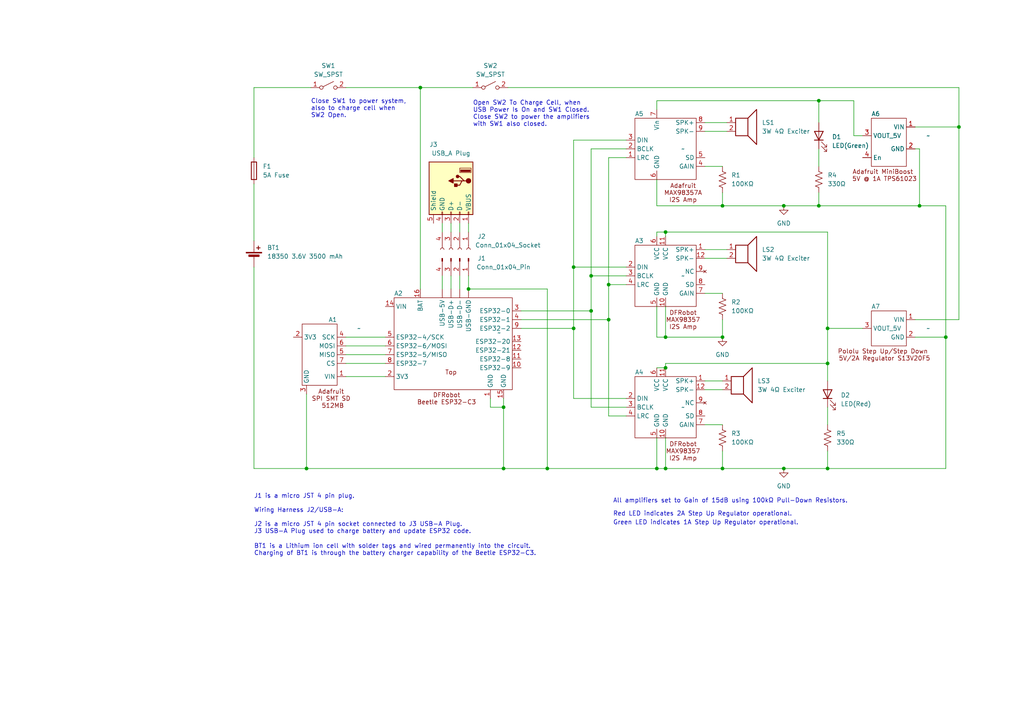
<source format=kicad_sch>
(kicad_sch (version 20230121) (generator eeschema)
  (paper "A4")
  (lib_symbols
    (symbol "Audio-Pod-Symbols:Adafruiit_MiniBoost_5V_1A_TPS61023"
      (property "Reference" "A6" (at 5.08 8.89 0))
      (property "Value" "~" (at -11.43 2.54 0))
      (symbol "Adafruiit_MiniBoost_5V_1A_TPS61023_0_1"
        (rectangle (start -5.08 7.62) (end 5.08 -6.35))
      )
      (symbol "Adafruiit_MiniBoost_5V_1A_TPS61023_1_1"
        (text "Adafruit MiniBoost \n5V @ 1A TPS61023" (at 1.27 -8.89 0) (effects (font (size 1.27 1.27))))
        (pin power_in line (at -7.62 5.08 0) (length 2.54) (name "VIN") (number "1"))
        (pin power_out line (at -7.62 -1.27 0) (length 2.54) (name "GND") (number "2"))
        (pin power_out line (at 7.62 2.54 180) (length 2.54) (name "VOUT_5V") (number "3"))
        (pin output line (at 7.62 -3.81 180) (length 2.54) (name "En") (number "4"))
      )
    )
    (symbol "Audio-Pod-Symbols:Adafruit_MAX98357A_I2S_Amplifier_Module"
      (property "Reference" "A" (at -8.89 8.89 0))
      (symbol "Adafruit_MAX98357A_I2S_Amplifier_Module_0_1"
        (rectangle (start -8.89 7.62) (end 8.89 -10.16))
      )
      (symbol "Adafruit_MAX98357A_I2S_Amplifier_Module_1_1"
        (text "Adafruit\nMAX98357A\nI2S Amp" (at 5.08 -13.97 0) (effects (font (size 1.27 1.27))))
        (pin input line (at -11.43 -3.81 0) (length 2.54) (name "LRC") (number "1"))
        (pin input line (at -11.43 -1.27 0) (length 2.54) (name "BCLK") (number "2"))
        (pin input line (at -11.43 1.27 0) (length 2.54) (name "DIN") (number "3"))
        (pin output line (at 11.43 -6.35 180) (length 2.54) (name "GAIN") (number "4"))
        (pin output line (at 11.43 -3.81 180) (length 2.54) (name "SD") (number "5"))
        (pin power_out line (at -2.54 -10.16 90) (length 2.54) (name "GND") (number "6"))
        (pin power_in line (at -2.54 10.16 270) (length 2.54) (name "Vin") (number "7"))
        (pin output line (at 11.43 6.35 180) (length 2.54) (name "SPK+") (number "8"))
        (pin input line (at 11.43 3.81 180) (length 2.54) (name "SPK-") (number "9"))
      )
    )
    (symbol "Audio-Pod-Symbols:Adafruit_SPI_Flash_SD_Card"
      (property "Reference" "A1" (at -3.81 7.62 0))
      (property "Value" "~" (at -11.43 5.08 0))
      (symbol "Adafruit_SPI_Flash_SD_Card_0_1"
        (rectangle (start -5.08 6.35) (end 5.08 -11.43))
      )
      (symbol "Adafruit_SPI_Flash_SD_Card_1_1"
        (text "Adafruit \nSPI SMT SD \n512MB" (at -3.81 -15.24 0) (effects (font (size 1.27 1.27))))
        (pin power_in line (at -7.62 -8.89 0) (length 2.54) (name "VIN") (number "1"))
        (pin power_out line (at 7.62 2.54 180) (length 2.54) (name "3V3") (number "2"))
        (pin power_out line (at 3.81 -13.97 90) (length 2.54) (name "GND") (number "3"))
        (pin input line (at -7.62 2.54 0) (length 2.54) (name "SCK") (number "4"))
        (pin input line (at -7.62 -2.54 0) (length 2.54) (name "MISO") (number "5"))
        (pin input line (at -7.62 0 0) (length 2.54) (name "MOSI") (number "6"))
        (pin input line (at -7.62 -5.08 0) (length 2.54) (name "CS") (number "7"))
      )
    )
    (symbol "Audio-Pod-Symbols:DFRobot_Beetle_ESP32_C3_RISC-V"
      (property "Reference" "A2" (at -8.89 8.89 0))
      (property "Value" "~" (at 21.59 -2.54 0))
      (symbol "DFRobot_Beetle_ESP32_C3_RISC-V_0_1"
        (rectangle (start -8.89 7.62) (end 25.4 -19.05))
      )
      (symbol "DFRobot_Beetle_ESP32_C3_RISC-V_1_1"
        (text "DFRobot\nBeetle ESP32-C3" (at 6.35 -21.59 0) (effects (font (size 1.27 1.27))))
        (text "Top" (at 7.62 -13.97 0) (effects (font (size 1.27 1.27))))
        (pin power_in line (at 5.08 10.16 270) (length 2.54) (name "USB-5V") (number ""))
        (pin bidirectional line (at 7.62 10.16 270) (length 2.54) (name "USB-D+") (number ""))
        (pin bidirectional line (at 10.16 10.16 270) (length 2.54) (name "USB-D-") (number ""))
        (pin power_out line (at 12.7 10.16 270) (length 2.54) (name "USB-GND") (number ""))
        (pin power_out line (at 19.05 -21.59 90) (length 2.54) (name "GND") (number "1"))
        (pin bidirectional line (at 27.94 -12.7 180) (length 2.54) (name "ESP32-9") (number "10"))
        (pin bidirectional line (at 27.94 -10.16 180) (length 2.54) (name "ESP32-8") (number "11"))
        (pin bidirectional line (at 27.94 -7.62 180) (length 2.54) (name "ESP32-21") (number "12"))
        (pin bidirectional line (at 27.94 -5.08 180) (length 2.54) (name "ESP32-20") (number "13"))
        (pin power_in line (at -11.43 5.08 0) (length 2.54) (name "VIN") (number "14"))
        (pin power_out line (at 22.86 -21.59 90) (length 2.54) (name "GND") (number "15"))
        (pin power_in line (at -1.27 10.16 270) (length 2.54) (name "BAT") (number "16"))
        (pin output line (at -11.43 -15.24 0) (length 2.54) (name "3V3") (number "2"))
        (pin bidirectional line (at 27.94 3.81 180) (length 2.54) (name "ESP32-0") (number "3"))
        (pin bidirectional line (at 27.94 1.27 180) (length 2.54) (name "ESP32-1") (number "4"))
        (pin bidirectional line (at -11.43 -3.81 0) (length 2.54) (name "ESP32-4/SCK") (number "5"))
        (pin bidirectional line (at -11.43 -6.35 0) (length 2.54) (name "ESP32-6/MOSI") (number "6"))
        (pin bidirectional line (at -11.43 -8.89 0) (length 2.54) (name "ESP32-5/MISO") (number "7"))
        (pin bidirectional line (at -11.43 -11.43 0) (length 2.54) (name "ESP32-7") (number "8"))
        (pin bidirectional line (at 27.94 -1.27 180) (length 2.54) (name "ESP32-2") (number "9"))
      )
    )
    (symbol "Audio-Pod-Symbols:DFRobot_MAX98357_I2S_Amplifier_Module"
      (property "Reference" "A" (at -8.89 8.89 0))
      (symbol "DFRobot_MAX98357_I2S_Amplifier_Module_0_1"
        (rectangle (start -8.89 7.62) (end 8.89 -10.16))
      )
      (symbol "DFRobot_MAX98357_I2S_Amplifier_Module_1_1"
        (text "DFRobot\nMAX98357\nI2S Amp" (at 5.08 -13.97 0) (effects (font (size 1.27 1.27))))
        (pin output line (at 11.43 6.35 180) (length 2.54) (name "SPK+") (number "1"))
        (pin power_out line (at 0 -10.16 90) (length 2.54) (name "GND") (number "10"))
        (pin power_in line (at 0 10.16 270) (length 2.54) (name "VCC") (number "11"))
        (pin input line (at 11.43 3.81 180) (length 2.54) (name "SPK-") (number "12"))
        (pin input line (at -11.43 1.27 0) (length 2.54) (name "DIN") (number "2"))
        (pin input line (at -11.43 -1.27 0) (length 2.54) (name "BCLK") (number "3"))
        (pin input line (at -11.43 -3.81 0) (length 2.54) (name "LRC") (number "4"))
        (pin power_out line (at -2.54 -10.16 90) (length 2.54) (name "GND") (number "5"))
        (pin power_in line (at -2.54 10.16 270) (length 2.54) (name "VCC") (number "6"))
        (pin output line (at 11.43 -6.35 180) (length 2.54) (name "GAIN") (number "7"))
        (pin output line (at 11.43 -3.81 180) (length 2.54) (name "SD") (number "8"))
        (pin no_connect line (at 11.43 0 180) (length 2.54) (name "NC") (number "9"))
      )
    )
    (symbol "Audio-Pod-Symbols:Pololu_5V_2A_Step-Up-Step-Down-V-Regulator-S13V20F5"
      (property "Reference" "A7" (at 3.81 6.35 0))
      (property "Value" "~" (at -11.43 0 0))
      (symbol "Pololu_5V_2A_Step-Up-Step-Down-V-Regulator-S13V20F5_0_1"
        (rectangle (start -5.08 5.08) (end 5.08 -5.08))
      )
      (symbol "Pololu_5V_2A_Step-Up-Step-Down-V-Regulator-S13V20F5_1_1"
        (text "Pololu Step Up/Step Down \n5V/2A Regulator S13V20F5" (at 1.27 -7.62 0) (effects (font (size 1.27 1.27))))
        (pin power_in line (at -7.62 2.54 0) (length 2.54) (name "VIN") (number "1"))
        (pin power_out line (at -7.62 -2.54 0) (length 2.54) (name "GND") (number "2"))
        (pin power_out line (at 7.62 0 180) (length 2.54) (name "VOUT_5V") (number "3"))
      )
    )
    (symbol "Connector:Conn_01x04_Pin" (pin_names (offset 1.016) hide)
      (property "Reference" "J" (at 0 5.08 0))
      (property "Value" "Conn_01x04_Pin" (at 0 -7.62 0))
      (symbol "Conn_01x04_Pin_1_1"
        (polyline (pts (xy 1.27 -5.08) (xy 0.8636 -5.08)) (stroke (width 0.1524)))
        (polyline (pts (xy 1.27 -2.54) (xy 0.8636 -2.54)) (stroke (width 0.1524)))
        (polyline (pts (xy 1.27 0) (xy 0.8636 0)) (stroke (width 0.1524)))
        (polyline (pts (xy 1.27 2.54) (xy 0.8636 2.54)) (stroke (width 0.1524)))
        (rectangle (start 0.8636 -4.953) (end 0 -5.207) (stroke (width 0.1524)) (fill (type outline)))
        (rectangle (start 0.8636 -2.413) (end 0 -2.667) (stroke (width 0.1524)) (fill (type outline)))
        (rectangle (start 0.8636 0.127) (end 0 -0.127) (stroke (width 0.1524)) (fill (type outline)))
        (rectangle (start 0.8636 2.667) (end 0 2.413) (stroke (width 0.1524)) (fill (type outline)))
        (pin passive line (at 5.08 2.54 180) (length 3.81) (name "Pin_1") (number "1"))
        (pin passive line (at 5.08 0 180) (length 3.81) (name "Pin_2") (number "2"))
        (pin passive line (at 5.08 -2.54 180) (length 3.81) (name "Pin_3") (number "3"))
        (pin passive line (at 5.08 -5.08 180) (length 3.81) (name "Pin_4") (number "4"))
      )
    )
    (symbol "Connector:Conn_01x04_Socket" (pin_names (offset 1.016) hide)
      (property "Reference" "J" (at 0 5.08 0))
      (property "Value" "Conn_01x04_Socket" (at 0 -7.62 0))
      (symbol "Conn_01x04_Socket_1_1"
        (arc (start 0 -4.572) (mid -0.5058 -5.08) (end 0 -5.588) (stroke (width 0.1524)))
        (arc (start 0 -2.032) (mid -0.5058 -2.54) (end 0 -3.048) (stroke (width 0.1524)))
        (polyline (pts (xy -1.27 -5.08) (xy -0.508 -5.08)) (stroke (width 0.1524)))
        (polyline (pts (xy -1.27 -2.54) (xy -0.508 -2.54)) (stroke (width 0.1524)))
        (polyline (pts (xy -1.27 0) (xy -0.508 0)) (stroke (width 0.1524)))
        (polyline (pts (xy -1.27 2.54) (xy -0.508 2.54)) (stroke (width 0.1524)))
        (arc (start 0 0.508) (mid -0.5058 0) (end 0 -0.508) (stroke (width 0.1524)))
        (arc (start 0 3.048) (mid -0.5058 2.54) (end 0 2.032) (stroke (width 0.1524)))
        (pin passive line (at -5.08 2.54 0) (length 3.81) (name "Pin_1") (number "1"))
        (pin passive line (at -5.08 0 0) (length 3.81) (name "Pin_2") (number "2"))
        (pin passive line (at -5.08 -2.54 0) (length 3.81) (name "Pin_3") (number "3"))
        (pin passive line (at -5.08 -5.08 0) (length 3.81) (name "Pin_4") (number "4"))
      )
    )
    (symbol "Connector:USB_A" (pin_names (offset 1.016))
      (property "Reference" "J3" (at 6.35 12.7 0))
      (property "Value" "USB_A Plug (code update)" (at -5.08 10.16 0))
      (symbol "USB_A_0_1"
        (rectangle (start -5.08 7.62) (end 7.62 -7.62) (stroke (width 0.254)) (fill (type background)))
        (rectangle (start -3.937 -7.62) (end -3.683 -6.858))
        (circle (center -3.81 2.159) (radius 0.635) (stroke (width 0.254)) (fill (type outline)))
        (rectangle (start -1.524 4.826) (end -4.318 5.334) (fill (type outline)))
        (rectangle (start -1.397 -7.62) (end -1.143 -6.858))
        (rectangle (start -1.27 4.572) (end -4.572 5.842))
        (circle (center -0.635 3.429) (radius 0.381) (stroke (width 0.254)) (fill (type outline)))
        (polyline (pts (xy -3.175 2.159) (xy -2.54 2.159) (xy -1.27 3.429) (xy -0.635 3.429)) (stroke (width 0.254)))
        (polyline (pts (xy -2.54 2.159) (xy -1.905 2.159) (xy -1.27 0.889) (xy 0 0.889)) (stroke (width 0.254)))
        (polyline (pts (xy 0.635 2.794) (xy 0.635 1.524) (xy 1.905 2.159) (xy 0.635 2.794)) (stroke (width 0.254)) (fill (type outline)))
        (rectangle (start 0.254 1.27) (end -0.508 0.508) (stroke (width 0.254)) (fill (type outline)))
        (rectangle (start 1.143 -6.858) (end 1.397 -7.62))
        (rectangle (start 3.683 -6.858) (end 3.937 -7.62))
      )
      (symbol "USB_A_1_1"
        (polyline (pts (xy -1.905 2.159) (xy 0.635 2.159)) (stroke (width 0.254)))
        (pin power_in line (at -3.81 -10.16 90) (length 2.54) (name "VBUS") (number "1"))
        (pin bidirectional line (at -1.27 -10.16 90) (length 2.54) (name "D-") (number "2"))
        (pin bidirectional line (at 1.27 -10.16 90) (length 2.54) (name "D+") (number "3"))
        (pin power_in line (at 3.81 -10.16 90) (length 2.54) (name "GND") (number "4"))
        (pin passive line (at 6.35 -10.16 90) (length 2.54) (name "Shield") (number "5"))
      )
    )
    (symbol "Device:Battery_Cell" (pin_numbers hide) (pin_names (offset 0) hide)
      (property "Reference" "BT" (at 2.54 2.54 0))
      (property "Value" "Battery_Cell" (at 2.54 0 0))
      (symbol "Battery_Cell_0_1"
        (rectangle (start -2.286 1.778) (end 2.286 1.524) (fill (type outline)))
        (rectangle (start -1.524 1.016) (end 1.524 0.508) (fill (type outline)))
        (polyline (pts (xy 0 0.762) (xy 0 0)))
        (polyline (pts (xy 0 1.778) (xy 0 2.54)))
        (polyline (pts (xy 0.762 3.048) (xy 1.778 3.048)) (stroke (width 0.254)))
        (polyline (pts (xy 1.27 3.556) (xy 1.27 2.54)) (stroke (width 0.254)))
      )
      (symbol "Battery_Cell_1_1"
        (pin passive line (at 0 5.08 270) (length 2.54) (name "+") (number "1"))
        (pin passive line (at 0 -2.54 90) (length 2.54) (name "-") (number "2"))
      )
    )
    (symbol "Device:Fuse" (pin_numbers hide) (pin_names (offset 0))
      (property "Reference" "F" (at 2.032 0 90))
      (property "Value" "Fuse" (at -1.905 0 90))
      (symbol "Fuse_0_1"
        (rectangle (start -0.762 -2.54) (end 0.762 2.54) (stroke (width 0.254)))
        (polyline (pts (xy 0 2.54) (xy 0 -2.54)))
      )
      (symbol "Fuse_1_1"
        (pin passive line (at 0 3.81 270) (length 1.27) (name "~") (number "1"))
        (pin passive line (at 0 -3.81 90) (length 1.27) (name "~") (number "2"))
      )
    )
    (symbol "Device:LED" (pin_numbers hide) (pin_names (offset 1.016) hide)
      (property "Reference" "D" (at 0 2.54 0))
      (property "Value" "LED" (at 0 -2.54 0))
      (symbol "LED_0_1"
        (polyline (pts (xy -1.27 -1.27) (xy -1.27 1.27)) (stroke (width 0.254)))
        (polyline (pts (xy -1.27 0) (xy 1.27 0)))
        (polyline (pts (xy 1.27 -1.27) (xy 1.27 1.27) (xy -1.27 0) (xy 1.27 -1.27)) (stroke (width 0.254)))
        (polyline (pts (xy -3.048 -0.762) (xy -4.572 -2.286) (xy -3.81 -2.286) (xy -4.572 -2.286) (xy -4.572 -1.524)))
        (polyline (pts (xy -1.778 -0.762) (xy -3.302 -2.286) (xy -2.54 -2.286) (xy -3.302 -2.286) (xy -3.302 -1.524)))
      )
      (symbol "LED_1_1"
        (pin passive line (at -3.81 0 0) (length 2.54) (name "K") (number "1"))
        (pin passive line (at 3.81 0 180) (length 2.54) (name "A") (number "2"))
      )
    )
    (symbol "Device:R_US" (pin_numbers hide) (pin_names (offset 0))
      (property "Reference" "R" (at 2.54 0 90))
      (property "Value" "R_US" (at -2.54 0 90))
      (symbol "R_US_0_1"
        (polyline (pts (xy 0 -2.286) (xy 0 -2.54)))
        (polyline (pts (xy 0 2.286) (xy 0 2.54)))
        (polyline (pts (xy 0 -0.762) (xy 1.016 -1.143) (xy 0 -1.524) (xy -1.016 -1.905) (xy 0 -2.286)))
        (polyline (pts (xy 0 0.762) (xy 1.016 0.381) (xy 0 0) (xy -1.016 -0.381) (xy 0 -0.762)))
        (polyline (pts (xy 0 2.286) (xy 1.016 1.905) (xy 0 1.524) (xy -1.016 1.143) (xy 0 0.762)))
      )
      (symbol "R_US_1_1"
        (pin passive line (at 0 3.81 270) (length 1.27) (name "~") (number "1"))
        (pin passive line (at 0 -3.81 90) (length 1.27) (name "~") (number "2"))
      )
    )
    (symbol "Device:Speaker" (pin_names (offset 0) hide)
      (property "Reference" "LS" (at 1.27 5.715 0))
      (property "Value" "Speaker" (at 1.27 3.81 0))
      (symbol "Speaker_0_0"
        (rectangle (start -2.54 1.27) (end 1.016 -3.81) (stroke (width 0.254)))
        (polyline (pts (xy 1.016 1.27) (xy 3.556 3.81) (xy 3.556 -6.35) (xy 1.016 -3.81)) (stroke (width 0.254)))
      )
      (symbol "Speaker_1_1"
        (pin input line (at -5.08 0 0) (length 2.54) (name "1") (number "1"))
        (pin input line (at -5.08 -2.54 0) (length 2.54) (name "2") (number "2"))
      )
    )
    (symbol "Switch:SW_SPST" (pin_names (offset 0) hide)
      (property "Reference" "SW" (at 0 3.175 0))
      (property "Value" "SW_SPST" (at 0 -2.54 0))
      (symbol "SW_SPST_0_0"
        (circle (center -2.032 0) (radius 0.508))
        (polyline (pts (xy -1.524 0.254) (xy 1.524 1.778)))
        (circle (center 2.032 0) (radius 0.508))
      )
      (symbol "SW_SPST_1_1"
        (pin passive line (at -5.08 0 0) (length 2.54) (name "A") (number "1"))
        (pin passive line (at 5.08 0 180) (length 2.54) (name "B") (number "2"))
      )
    )
    (symbol "power:GND" (power) (pin_names (offset 0))
      (property "Value" "GND" (at 0 -3.81 0))
      (symbol "GND_0_1"
        (polyline (pts (xy 0 0) (xy 0 -1.27) (xy 1.27 -1.27) (xy 0 -2.54) (xy -1.27 -1.27) (xy 0 -1.27)))
      )
      (symbol "GND_1_1"
        (pin power_in line (at 0 0 270) (length 0) hide (name "GND") (number "1"))
      )
    )
  )
  (junction (at 278.13 36.83))
  (junction (at 146.05 118.11))
  (junction (at 227.33 135.89))
  (junction (at 193.04 135.89))
  (junction (at 209.55 97.79))
  (junction (at 209.55 59.69))
  (junction (at 121.92 25.4))
  (junction (at 166.37 95.25))
  (junction (at 193.04 67.31))
  (junction (at 274.32 97.79))
  (junction (at 237.49 29.21))
  (junction (at 88.9 135.89))
  (junction (at 166.37 77.47))
  (junction (at 193.04 106.68))
  (junction (at 158.75 135.89))
  (junction (at 146.05 135.89))
  (junction (at 240.03 105.41))
  (junction (at 176.53 92.71))
  (junction (at 135.89 83.82))
  (junction (at 227.33 59.69))
  (junction (at 237.49 59.69))
  (junction (at 193.04 97.79))
  (junction (at 209.55 135.89))
  (junction (at 240.03 135.89))
  (junction (at 190.5 135.89))
  (junction (at 266.7 59.69))
  (junction (at 240.03 95.25))
  (junction (at 171.45 90.17))
  (junction (at 176.53 82.55))
  (junction (at 171.45 80.01))
  (wire (pts (xy 100.33 109.22) (xy 111.76 109.22)))
  (wire (pts (xy 240.03 105.41) (xy 240.03 110.49)))
  (wire (pts (xy 204.47 35.56) (xy 210.82 35.56)))
  (wire (pts (xy 176.53 82.55) (xy 176.53 92.71)))
  (wire (pts (xy 100.33 105.41) (xy 111.76 105.41)))
  (wire (pts (xy 190.5 52.07) (xy 190.5 59.69)))
  (wire (pts (xy 209.55 59.69) (xy 227.33 59.69)))
  (wire (pts (xy 274.32 59.69) (xy 274.32 97.79)))
  (wire (pts (xy 278.13 36.83) (xy 278.13 92.71)))
  (wire (pts (xy 181.61 77.47) (xy 166.37 77.47)))
  (wire (pts (xy 240.03 135.89) (xy 274.32 135.89)))
  (wire (pts (xy 265.43 36.83) (xy 278.13 36.83)))
  (wire (pts (xy 135.89 64.77) (xy 135.89 67.31)))
  (wire (pts (xy 209.55 55.88) (xy 209.55 59.69)))
  (wire (pts (xy 171.45 118.11) (xy 181.61 118.11)))
  (wire (pts (xy 240.03 67.31) (xy 240.03 95.25)))
  (wire (pts (xy 133.35 64.77) (xy 133.35 67.31)))
  (wire (pts (xy 73.66 25.4) (xy 90.17 25.4)))
  (wire (pts (xy 240.03 118.11) (xy 240.03 123.19)))
  (wire (pts (xy 204.47 110.49) (xy 209.55 110.49)))
  (wire (pts (xy 176.53 92.71) (xy 176.53 120.65)))
  (wire (pts (xy 190.5 127) (xy 190.5 135.89)))
  (wire (pts (xy 193.04 88.9) (xy 193.04 97.79)))
  (wire (pts (xy 190.5 88.9) (xy 190.5 97.79)))
  (wire (pts (xy 151.13 92.71) (xy 176.53 92.71)))
  (wire (pts (xy 193.04 105.41) (xy 193.04 106.68)))
  (wire (pts (xy 204.47 72.39) (xy 210.82 72.39)))
  (wire (pts (xy 73.66 25.4) (xy 73.66 45.72)))
  (wire (pts (xy 171.45 43.18) (xy 171.45 80.01)))
  (wire (pts (xy 209.55 130.81) (xy 209.55 135.89)))
  (wire (pts (xy 73.66 77.47) (xy 73.66 135.89)))
  (wire (pts (xy 100.33 102.87) (xy 111.76 102.87)))
  (wire (pts (xy 171.45 43.18) (xy 181.61 43.18)))
  (wire (pts (xy 265.43 97.79) (xy 274.32 97.79)))
  (wire (pts (xy 166.37 95.25) (xy 166.37 115.57)))
  (wire (pts (xy 130.81 64.77) (xy 130.81 67.31)))
  (wire (pts (xy 227.33 135.89) (xy 240.03 135.89)))
  (wire (pts (xy 171.45 80.01) (xy 171.45 90.17)))
  (wire (pts (xy 73.66 53.34) (xy 73.66 69.85)))
  (wire (pts (xy 204.47 123.19) (xy 209.55 123.19)))
  (wire (pts (xy 227.33 59.69) (xy 237.49 59.69)))
  (wire (pts (xy 88.9 135.89) (xy 146.05 135.89)))
  (wire (pts (xy 266.7 43.18) (xy 266.7 59.69)))
  (wire (pts (xy 176.53 82.55) (xy 181.61 82.55)))
  (wire (pts (xy 151.13 90.17) (xy 171.45 90.17)))
  (wire (pts (xy 73.66 135.89) (xy 88.9 135.89)))
  (wire (pts (xy 240.03 95.25) (xy 240.03 105.41)))
  (wire (pts (xy 193.04 105.41) (xy 240.03 105.41)))
  (wire (pts (xy 237.49 59.69) (xy 266.7 59.69)))
  (wire (pts (xy 237.49 43.18) (xy 237.49 48.26)))
  (wire (pts (xy 142.24 118.11) (xy 146.05 118.11)))
  (wire (pts (xy 151.13 95.25) (xy 166.37 95.25)))
  (wire (pts (xy 190.5 106.68) (xy 193.04 106.68)))
  (wire (pts (xy 176.53 120.65) (xy 181.61 120.65)))
  (wire (pts (xy 237.49 55.88) (xy 237.49 59.69)))
  (wire (pts (xy 209.55 135.89) (xy 227.33 135.89)))
  (wire (pts (xy 158.75 83.82) (xy 158.75 135.89)))
  (wire (pts (xy 158.75 135.89) (xy 190.5 135.89)))
  (wire (pts (xy 193.04 67.31) (xy 240.03 67.31)))
  (wire (pts (xy 166.37 115.57) (xy 181.61 115.57)))
  (wire (pts (xy 128.27 80.01) (xy 128.27 83.82)))
  (wire (pts (xy 237.49 29.21) (xy 247.65 29.21)))
  (wire (pts (xy 190.5 67.31) (xy 190.5 68.58)))
  (wire (pts (xy 146.05 135.89) (xy 158.75 135.89)))
  (wire (pts (xy 247.65 39.37) (xy 250.19 39.37)))
  (wire (pts (xy 147.32 25.4) (xy 278.13 25.4)))
  (wire (pts (xy 133.35 80.01) (xy 133.35 83.82)))
  (wire (pts (xy 166.37 77.47) (xy 166.37 95.25)))
  (wire (pts (xy 146.05 118.11) (xy 146.05 135.89)))
  (wire (pts (xy 265.43 43.18) (xy 266.7 43.18)))
  (wire (pts (xy 166.37 40.64) (xy 181.61 40.64)))
  (wire (pts (xy 166.37 40.64) (xy 166.37 77.47)))
  (wire (pts (xy 193.04 127) (xy 193.04 135.89)))
  (wire (pts (xy 130.81 80.01) (xy 130.81 83.82)))
  (wire (pts (xy 181.61 45.72) (xy 176.53 45.72)))
  (wire (pts (xy 190.5 67.31) (xy 193.04 67.31)))
  (wire (pts (xy 190.5 29.21) (xy 190.5 31.75)))
  (wire (pts (xy 121.92 25.4) (xy 137.16 25.4)))
  (wire (pts (xy 171.45 90.17) (xy 171.45 118.11)))
  (wire (pts (xy 190.5 29.21) (xy 237.49 29.21)))
  (wire (pts (xy 204.47 74.93) (xy 210.82 74.93)))
  (wire (pts (xy 176.53 45.72) (xy 176.53 82.55)))
  (wire (pts (xy 121.92 25.4) (xy 121.92 83.82)))
  (wire (pts (xy 190.5 135.89) (xy 193.04 135.89)))
  (wire (pts (xy 193.04 67.31) (xy 193.04 68.58)))
  (wire (pts (xy 247.65 29.21) (xy 247.65 39.37)))
  (wire (pts (xy 240.03 95.25) (xy 250.19 95.25)))
  (wire (pts (xy 100.33 25.4) (xy 121.92 25.4)))
  (wire (pts (xy 278.13 25.4) (xy 278.13 36.83)))
  (wire (pts (xy 171.45 80.01) (xy 181.61 80.01)))
  (wire (pts (xy 100.33 100.33) (xy 111.76 100.33)))
  (wire (pts (xy 209.55 59.69) (xy 190.5 59.69)))
  (wire (pts (xy 204.47 113.03) (xy 209.55 113.03)))
  (wire (pts (xy 240.03 130.81) (xy 240.03 135.89)))
  (wire (pts (xy 209.55 92.71) (xy 209.55 97.79)))
  (wire (pts (xy 142.24 115.57) (xy 142.24 118.11)))
  (wire (pts (xy 265.43 92.71) (xy 278.13 92.71)))
  (wire (pts (xy 204.47 38.1) (xy 210.82 38.1)))
  (wire (pts (xy 88.9 114.3) (xy 88.9 135.89)))
  (wire (pts (xy 193.04 135.89) (xy 209.55 135.89)))
  (wire (pts (xy 190.5 97.79) (xy 193.04 97.79)))
  (wire (pts (xy 135.89 80.01) (xy 135.89 83.82)))
  (wire (pts (xy 128.27 64.77) (xy 128.27 67.31)))
  (wire (pts (xy 274.32 97.79) (xy 274.32 135.89)))
  (wire (pts (xy 237.49 29.21) (xy 237.49 35.56)))
  (wire (pts (xy 204.47 85.09) (xy 209.55 85.09)))
  (wire (pts (xy 100.33 97.79) (xy 111.76 97.79)))
  (wire (pts (xy 204.47 48.26) (xy 209.55 48.26)))
  (wire (pts (xy 193.04 97.79) (xy 209.55 97.79)))
  (wire (pts (xy 146.05 115.57) (xy 146.05 118.11)))
  (wire (pts (xy 135.89 83.82) (xy 158.75 83.82)))
  (wire (pts (xy 274.32 59.69) (xy 266.7 59.69)))
  (text "Red LED indicates 2A Step Up Regulator operational." (at 177.8 149.86 0) (effects (font (size 1.27 1.27)) (justify left bottom)))
  (text "J1 is a micro JST 4 pin plug.\n\nWiring Harness J2/USB-A:\n\nJ2 is a micro JST 4 pin socket connected to J3 USB-A Plug.\nJ3 USB-A Plug used to charge battery and update ESP32 code." (at 73.66 154.94 0) (effects (font (size 1.27 1.27)) (justify left bottom)))
  (text "All amplifiers set to Gain of 15dB using 100kΩ Pull-Down Resistors." (at 177.8 146.05 0) (effects (font (size 1.27 1.27)) (justify left bottom)))
  (text "Close SW1 to power system,\nalso to charge cell when\nSW2 Open." (at 90.17 34.29 0) (effects (font (size 1.27 1.27)) (justify left bottom)))
  (text "Green LED indicates 1A Step Up Regulator operational." (at 177.8 152.4 0) (effects (font (size 1.27 1.27)) (justify left bottom)))
  (text "BT1 is a Lithium ion cell with solder tags and wired permanently into the circuit.\nCharging of BT1 is through the battery charger capability of the Beetle ESP32-C3." (at 73.66 161.29 0) (effects (font (size 1.27 1.27)) (justify left bottom)))
  (text "Open SW2 To Charge Cell, when\nUSB Power Is On and SW1 Closed.\nClose SW2 to power the amplifiers\nwith SW1 also closed." (at 137.16 36.83 0) (effects (font (size 1.27 1.27)) (justify left bottom)))
  (symbol (lib_id "Device:R_US") (at 240.03 127 0) (unit 1)
    (property "Reference" "R5" (at 242.57 125.73 0) (effects (justify left)))
    (property "Value" "330Ω" (at 242.57 128.27 0) (effects (justify left)))
  )
  (symbol (lib_id "Device:Speaker") (at 215.9 35.56 0) (unit 1)
    (property "Reference" "LS1" (at 220.98 35.56 0) (effects (justify left)))
    (property "Value" "3W 4Ω Exciter" (at 220.98 38.1 0) (effects (justify left)))
  )
  (symbol (lib_id "Device:Speaker") (at 215.9 72.39 0) (unit 1)
    (property "Reference" "LS2" (at 220.98 72.39 0) (effects (justify left)))
    (property "Value" "3W 4Ω Exciter" (at 220.98 74.93 0) (effects (justify left)))
  )
  (symbol (lib_id "Device:R_US") (at 209.55 52.07 0) (unit 1)
    (property "Reference" "R1" (at 212.09 50.8 0) (effects (justify left)))
    (property "Value" "100KΩ" (at 212.09 53.34 0) (effects (justify left)))
  )
  (symbol (lib_id "Connector:USB_A") (at 132.08 54.61 0) (mirror y) (unit 1)
    (property "Reference" "J3" (at 125.73 41.91 0))
    (property "Value" "USB_A Plug" (at 130.81 44.45 0))
    (property "Datasheet" " ~" (effects hide))
  )
  (symbol (lib_id "Device:R_US") (at 209.55 127 0) (unit 1)
    (property "Reference" "R3" (at 212.09 125.73 0) (effects (justify left)))
    (property "Value" "100KΩ" (at 212.09 128.27 0) (effects (justify left)))
  )
  (symbol (lib_id "Device:R_US") (at 209.55 88.9 0) (unit 1)
    (property "Reference" "R2" (at 212.09 87.63 0) (effects (justify left)))
    (property "Value" "100KΩ" (at 212.09 90.17 0) (effects (justify left)))
  )
  (symbol (lib_id "Audio-Pod-Symbols:DFRobot_MAX98357_I2S_Amplifier_Module") (at 193.04 78.74 0) (unit 1)
    (property "Reference" "A3" (at 184.15 69.85 0) (effects (justify left)))
    (property "Value" "~" (at 198.12 80.01 0))
    (property "Datasheet" "https://wiki.dfrobot.com/SKU_DFR0954_MAX98357_I2S_Amplifier_Module" (effects hide))
  )
  (symbol (lib_id "Connector:Conn_01x04_Socket") (at 133.35 72.39 270) (unit 1)
    (property "Reference" "J2" (at 139.7 68.58 90))
    (property "Value" "Conn_01x04_Socket" (at 147.32 71.12 90))
  )
  (symbol (lib_id "power:GND") (at 227.33 135.89 0) (unit 1)
    (property "Reference" "#PWR03" (effects hide))
    (property "Value" "GND" (at 227.33 140.97 0))
  )
  (symbol (lib_id "Device:R_US") (at 237.49 52.07 0) (unit 1)
    (property "Reference" "R4" (at 240.03 50.8 0) (effects (justify left)))
    (property "Value" "330Ω" (at 240.03 53.34 0) (effects (justify left)))
  )
  (symbol (lib_id "Audio-Pod-Symbols:DFRobot_MAX98357_I2S_Amplifier_Module") (at 193.04 116.84 0) (unit 1)
    (property "Reference" "A4" (at 184.15 107.95 0) (effects (justify left)))
    (property "Value" "~" (at 198.12 118.11 0))
    (property "Datasheet" "https://wiki.dfrobot.com/SKU_DFR0954_MAX98357_I2S_Amplifier_Module" (effects hide))
  )
  (symbol (lib_id "Device:Speaker") (at 214.63 110.49 0) (unit 1)
    (property "Reference" "LS3" (at 219.71 110.49 0) (effects (justify left)))
    (property "Value" "3W 4Ω Exciter" (at 219.71 113.03 0) (effects (justify left)))
  )
  (symbol (lib_id "Switch:SW_SPST") (at 142.24 25.4 0) (unit 1)
    (property "Reference" "SW2" (at 142.24 19.05 0))
    (property "Value" "SW_SPST" (at 142.24 21.59 0))
  )
  (symbol (lib_id "Device:LED") (at 237.49 39.37 90) (unit 1)
    (property "Reference" "D1" (at 241.3 39.6875 90) (effects (justify right)))
    (property "Value" "LED(Green)" (at 241.3 42.2275 90) (effects (justify right)))
  )
  (symbol (lib_id "Audio-Pod-Symbols:DFRobot_Beetle_ESP32_C3_RISC-V") (at 123.19 93.98 0) (unit 1)
    (property "Reference" "A2" (at 114.3 85.09 0) (effects (justify left)))
    (property "Value" "~" (at 144.78 96.52 0))
    (property "Datasheet" "https://wiki.dfrobot.com/SKU_DFR0868_Beetle_ESP32_C3" (effects hide))
  )
  (symbol (lib_id "Audio-Pod-Symbols:Adafruit_SPI_Flash_SD_Card") (at 92.71 100.33 0) (mirror y) (unit 1)
    (property "Reference" "A1" (at 96.52 92.71 0))
    (property "Value" "~" (at 104.14 95.25 0))
    (property "Datasheet" "https://learn.adafruit.com/adafruit-spi-flash-sd-card" (effects hide))
  )
  (symbol (lib_id "Device:Fuse") (at 73.66 49.53 0) (unit 1)
    (property "Reference" "F1" (at 76.2 48.26 0) (effects (justify left)))
    (property "Value" "5A Fuse" (at 76.2 50.8 0) (effects (justify left)))
  )
  (symbol (lib_id "power:GND") (at 227.33 59.69 0) (unit 1)
    (property "Reference" "#PWR02" (effects hide))
    (property "Value" "GND" (at 227.33 64.77 0))
  )
  (symbol (lib_id "Switch:SW_SPST") (at 95.25 25.4 0) (unit 1)
    (property "Reference" "SW1" (at 95.25 19.05 0))
    (property "Value" "SW_SPST" (at 95.25 21.59 0))
  )
  (symbol (lib_id "Device:Battery_Cell") (at 73.66 74.93 0) (unit 1)
    (property "Reference" "BT1" (at 77.47 71.8185 0) (effects (justify left)))
    (property "Value" "18350 3.6V 3500 mAh" (at 77.47 74.3585 0) (effects (justify left)))
  )
  (symbol (lib_id "Audio-Pod-Symbols:Pololu_5V_2A_Step-Up-Step-Down-V-Regulator-S13V20F5") (at 257.81 95.25 0) (mirror y) (unit 1)
    (property "Reference" "A7" (at 254 88.9 0))
    (property "Value" "~" (at 269.24 95.25 0))
    (property "Datasheet" "https://www.pololu.com/product/4085" (effects hide))
  )
  (symbol (lib_id "power:GND") (at 209.55 97.79 0) (unit 1)
    (property "Reference" "#PWR01" (effects hide))
    (property "Value" "GND" (at 209.55 102.87 0))
  )
  (symbol (lib_id "Audio-Pod-Symbols:Adafruit_MAX98357A_I2S_Amplifier_Module") (at 193.04 41.91 0) (unit 1)
    (property "Reference" "A5" (at 184.15 33.02 0) (effects (justify left)))
    (property "Value" "~" (at 198.12 43.18 0))
    (property "Datasheet" "https://www.adafruit.com/product/3006" (effects hide))
  )
  (symbol (lib_id "Connector:Conn_01x04_Pin") (at 133.35 74.93 270) (unit 1)
    (property "Reference" "J1" (at 139.7 74.93 90))
    (property "Value" "Conn_01x04_Pin" (at 146.05 77.47 90))
  )
  (symbol (lib_id "Audio-Pod-Symbols:Adafruiit_MiniBoost_5V_1A_TPS61023") (at 257.81 41.91 0) (mirror y) (unit 1)
    (property "Reference" "A6" (at 252.73 33.02 0) (effects (justify right)))
    (property "Value" "~" (at 269.24 39.37 0))
    (property "Datasheet" "https://www.adafruit.com/product/4654" (effects hide))
  )
  (symbol (lib_id "Device:LED") (at 240.03 114.3 90) (unit 1)
    (property "Reference" "D2" (at 243.84 114.6175 90) (effects (justify right)))
    (property "Value" "LED(Red)" (at 243.84 117.1575 90) (effects (justify right)))
  )
)
</source>
